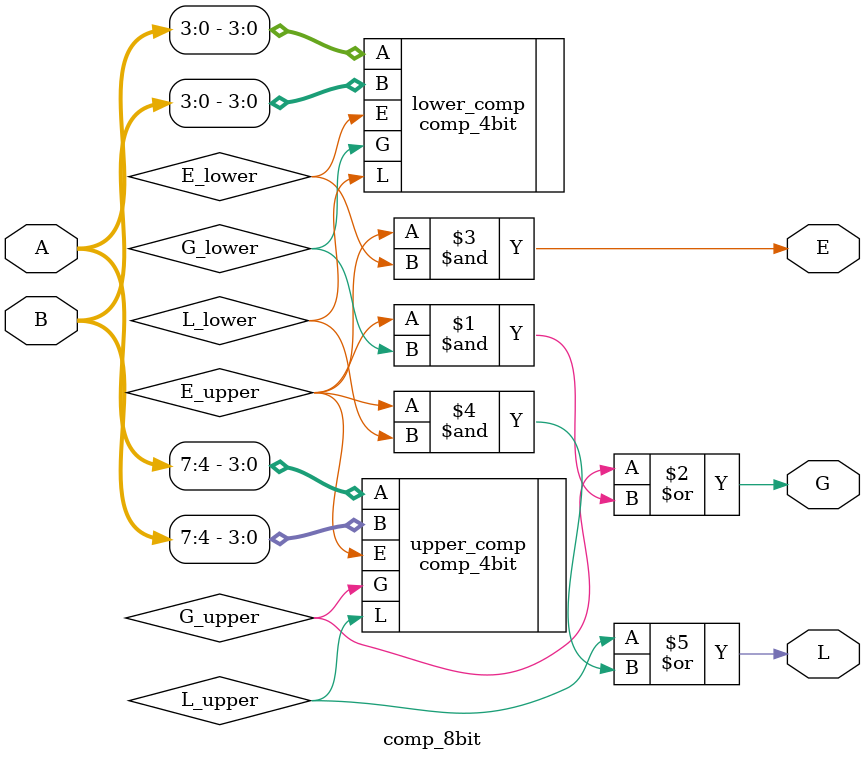
<source format=v>
`timescale 1ns / 1ps


module comp_8bit(
    input [7:0] A, B,
    output G, E, L
);

wire G_upper, E_upper, L_upper;
wire G_lower, E_lower, L_lower;

// Upper nibble comparison
comp_4bit upper_comp(
    .A(A[7:4]),
    .B(B[7:4]),
    .G(G_upper),
    .E(E_upper),
    .L(L_upper)
);

// Lower nibble comparison
comp_4bit lower_comp(
    .A(A[3:0]),
    .B(B[3:0]),
    .G(G_lower),
    .E(E_lower),
    .L(L_lower)
);

// Output logic
assign G = G_upper | (E_upper & G_lower);
assign E = E_upper & E_lower;
assign L = L_upper | (E_upper & L_lower);

endmodule

</source>
